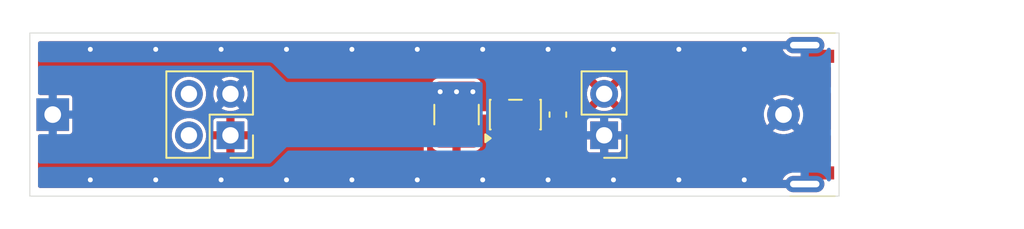
<source format=kicad_pcb>
(kicad_pcb (version 20241229) (generator "pcbnew") (generator_version "9.0")
  (layers (0 "F.Cu" signal) (2 "B.Cu" signal) (13 "F.Paste" user) (15 "B.Paste" user) (5 "F.SilkS" user "F.Silkscreen") (7 "B.SilkS" user "B.Silkscreen") (1 "F.Mask" user) (3 "B.Mask" user) (25 "Edge.Cuts" user))
  (net 0 "")
  (net 1 "+BATT")
  (net 2 "Vout")
  (net 3 "Net-(U1-SW)")
  (net 13 "GND")
  (footprint "Capacitor_SMD:C_0603_1608Metric" (layer "F.Cu") (at 108.6 100 -90)
    (property "Reference" "C1" (hide yes))
    (property "Value" "22u" (hide yes))
    (fp_line (start -0.14058 0.51) (end 0.14058 0.51) (stroke (width 0.12)) (layer "F.SilkS"))
    (fp_line (start -0.14058 -0.51) (end 0.14058 -0.51) (stroke (width 0.12)) (layer "F.SilkS"))
    (pad "1" smd roundrect (at -0.775 0 270) (size 0.9 0.95) (layers "F.Cu" "F.Mask" "F.Paste") (net 2 "Vout"))
    (pad "2" smd roundrect (at 0.775 0 270) (size 0.9 0.95) (layers "F.Cu" "F.Mask" "F.Paste") (net 13 "GND"))
  )
  (footprint "Library:PCB.MCBEERINGI.DEV_small" (layer "F.Cu") (at 81.8 100)
    (property "Reference" "" (at 0 0 0) (layer "F.SilkS") (effects (font (size 1.27 1.27))))
    (property "Value" "")
  )
  (footprint "Inductor_SMD:L_1210_3225Metric" (layer "F.Cu") (at 102.4 100 -90)
    (property "Reference" "L1" (hide yes))
    (property "Value" "4u7" (hide yes))
    (fp_line (start -0.602064 1.36) (end 0.602064 1.36) (stroke (width 0.12)) (layer "F.SilkS"))
    (fp_line (start -0.602064 -1.36) (end 0.602064 -1.36) (stroke (width 0.12)) (layer "F.SilkS"))
    (pad "1" smd roundrect (at -1.4 0 270) (size 1.25 2.65) (layers "F.Cu" "F.Mask" "F.Paste") (roundrect_rratio 0.2) (net 1 "+BATT"))
    (pad "2" smd roundrect (at 1.4 0 270) (size 1.25 2.65) (layers "F.Cu" "F.Mask" "F.Paste") (roundrect_rratio 0.2) (net 3 "Net-(U1-SW)"))
  )
  (footprint "Connector_PinHeader_2.54mm:PinHeader_1x02_P2.54mm_Vertical" (layer "F.Cu") (at 111.43 101.27 180)
    (property "Reference" "J2" (hide yes))
    (property "Value" "Conn_01x02_Pin" (hide yes))
    (fp_line (start 1.38 1.27) (end 1.38 3.92) (stroke (width 0.12)) (layer "F.SilkS"))
    (fp_line (start -1.38 3.92) (end 1.38 3.92) (stroke (width 0.12)) (layer "F.SilkS"))
    (fp_line (start -1.38 1.27) (end 1.38 1.27) (stroke (width 0.12)) (layer "F.SilkS"))
    (fp_line (start -1.38 1.27) (end -1.38 3.92) (stroke (width 0.12)) (layer "F.SilkS"))
    (fp_line (start -1.38 0) (end -1.38 -1.38) (stroke (width 0.12)) (layer "F.SilkS"))
    (fp_line (start -1.38 -1.38) (end 0 -1.38) (stroke (width 0.12)) (layer "F.SilkS"))
    (pad "1" thru_hole rect (at 0 0 180) (size 1.7 1.7) (drill 1) (layers "*.Cu" "*.Mask") (net 13 "GND"))
    (pad "2" thru_hole circle (at 0 2.54 180) (size 1.7 1.7) (drill 1) (layers "*.Cu" "*.Mask") (net 2 "Vout"))
  )
  (footprint "Package_TO_SOT_SMD:SOT-23-5" (layer "F.Cu") (at 106 100 90)
    (property "Reference" "U1" (hide yes))
    (property "Value" "TPS613222ADBV" (hide yes))
    (fp_line (start 0.91 -1.56) (end 0.91 -1.51) (stroke (width 0.12)) (layer "F.SilkS"))
    (fp_line (start -0.91 -1.56) (end 0.91 -1.56) (stroke (width 0.12)) (layer "F.SilkS"))
    (fp_line (start -0.91 -1.51) (end -0.91 -1.56) (stroke (width 0.12)) (layer "F.SilkS"))
    (fp_line (start 0.91 -0.39) (end 0.91 0.39) (stroke (width 0.12)) (layer "F.SilkS"))
    (fp_line (start 0.91 1.51) (end 0.91 1.56) (stroke (width 0.12)) (layer "F.SilkS"))
    (fp_line (start 0.91 1.56) (end -0.91 1.56) (stroke (width 0.12)) (layer "F.SilkS"))
    (fp_line (start -0.91 1.56) (end -0.91 1.51) (stroke (width 0.12)) (layer "F.SilkS"))
    (fp_poly (pts (xy -1.45 -1.51) (xy -1.69 -1.84) (xy -1.21 -1.84)) (stroke (width 0.12)) (fill yes) (layer "F.SilkS"))
    (pad "1" smd roundrect (at -1.1375 -0.95 90) (size 1.325 0.6) (layers "F.Cu" "F.Mask" "F.Paste") (net 3 "Net-(U1-SW)"))
    (pad "2" smd roundrect (at -1.1375 0 90) (size 1.325 0.6) (layers "F.Cu" "F.Mask" "F.Paste") (net 13 "GND"))
    (pad "3" smd roundrect (at -1.1375 0.95 90) (size 1.325 0.6) (layers "F.Cu" "F.Mask" "F.Paste"))
    (pad "4" smd roundrect (at 1.1375 0.95 90) (size 1.325 0.6) (layers "F.Cu" "F.Mask" "F.Paste") (net 2 "Vout"))
    (pad "5" smd roundrect (at 1.1375 -0.95 90) (size 1.325 0.6) (layers "F.Cu" "F.Mask" "F.Paste"))
  )
  (footprint "Library:mcbeeringi_icon_10mm" (layer "F.Cu") (at 95 100)
    (property "Reference" "" (at 0 0 0) (layer "F.SilkS") (effects (font (size 1.27 1.27))))
    (property "Value" "LOGO" (hide yes))
  )
  (footprint "Library:USB_C_PLUG_00402-UCAM002-X" (layer "F.Cu") (at 125.8 100 90)
    (property "Reference" "P1" (hide yes))
    (property "Value" "USB_C_Plug" (hide yes))
    (fp_line (start 5 -3) (end 5 -0.25) (stroke (width 0.1)) (layer "F.SilkS"))
    (fp_line (start -5 -3) (end -5 -0.25) (stroke (width 0.1)) (layer "F.SilkS"))
    (pad "A1" smd roundrect (at 2.75 -1.55 90) (size 0.3 0.9) (layers "F.Cu" "F.Mask" "F.Paste") (net 13 "GND"))
    (pad "A2" smd roundrect (at 2.25 -1.55 90) (size 0.3 0.9) (layers "F.Cu" "F.Mask" "F.Paste"))
    (pad "A3" smd roundrect (at 1.75 -1.55 90) (size 0.3 0.9) (layers "F.Cu" "F.Mask" "F.Paste"))
    (pad "A4" smd roundrect (at 1.25 -1.55 90) (size 0.3 0.9) (layers "F.Cu" "F.Mask" "F.Paste") (net 2 "Vout"))
    (pad "A5" smd roundrect (at -1.25 -1.55 90) (size 0.3 0.9) (layers "F.Cu" "F.Mask" "F.Paste"))
    (pad "A6" smd roundrect (at -1.75 -1.55 90) (size 0.3 0.9) (layers "F.Cu" "F.Mask" "F.Paste"))
    (pad "A7" smd roundrect (at -2.25 -1.55 90) (size 0.3 0.9) (layers "F.Cu" "F.Mask" "F.Paste"))
    (pad "A12" smd roundrect (at -2.75 -1.55 90) (size 0.3 0.9) (layers "F.Cu" "F.Mask" "F.Paste") (net 13 "GND"))
    (pad "B9" smd roundrect (at -0.75 -1.55 90) (size 0.3 0.9) (layers "F.Cu" "F.Mask" "F.Paste") (net 2 "Vout"))
    (pad "B10" smd roundrect (at -0.25 -1.55 90) (size 0.3 0.9) (layers "F.Cu" "F.Mask" "F.Paste"))
    (pad "B11" smd roundrect (at 0.25 -1.55 90) (size 0.3 0.9) (layers "F.Cu" "F.Mask" "F.Paste"))
    (pad "B12" smd roundrect (at 0.75 -1.55 90) (size 0.3 0.9) (layers "F.Cu" "F.Mask" "F.Paste") (net 13 "GND"))
    (pad "S1" thru_hole oval (at -4.258 -2.1 90) (size 1 2.4) (drill oval 0.4 1.8) (layers "*.Cu" "*.Mask") (net 13 "GND"))
    (pad "S1" smd rect (at -3.575 -1.05 90) (size 0.8 1.5) (layers "F.Cu" "F.Mask" "F.Paste") (net 13 "GND"))
    (pad "S1" smd rect (at 3.575 -1.05 90) (size 0.8 1.5) (layers "F.Cu" "F.Mask" "F.Paste") (net 13 "GND"))
    (pad "S1" thru_hole oval (at 4.258 -2.1 90) (size 1 2.4) (drill oval 0.4 1.8) (layers "*.Cu" "*.Mask") (net 13 "GND"))
  )
  (footprint "Connector_PinHeader_2.54mm:PinHeader_2x02_P2.54mm_Vertical" (layer "F.Cu") (at 88.57 101.27 180)
    (property "Reference" "J1" (hide yes))
    (property "Value" "Conn_02x02_Odd_Even" (hide yes))
    (fp_line (start 3.92 -1.38) (end 3.92 3.92) (stroke (width 0.12)) (layer "F.SilkS"))
    (fp_line (start 1.27 1.27) (end 1.27 -1.38) (stroke (width 0.12)) (layer "F.SilkS"))
    (fp_line (start 1.27 -1.38) (end 3.92 -1.38) (stroke (width 0.12)) (layer "F.SilkS"))
    (fp_line (start -1.38 3.92) (end 3.92 3.92) (stroke (width 0.12)) (layer "F.SilkS"))
    (fp_line (start -1.38 1.27) (end 1.27 1.27) (stroke (width 0.12)) (layer "F.SilkS"))
    (fp_line (start -1.38 1.27) (end -1.38 3.92) (stroke (width 0.12)) (layer "F.SilkS"))
    (fp_line (start -1.38 0) (end -1.38 -1.38) (stroke (width 0.12)) (layer "F.SilkS"))
    (fp_line (start -1.38 -1.38) (end 0 -1.38) (stroke (width 0.12)) (layer "F.SilkS"))
    (pad "1" thru_hole rect (at 0 0 180) (size 1.7 1.7) (drill 1) (layers "*.Cu" "*.Mask") (net 13 "GND"))
    (pad "2" thru_hole circle (at 2.54 0 180) (size 1.7 1.7) (drill 1) (layers "*.Cu" "*.Mask"))
    (pad "3" thru_hole circle (at 0 2.54 180) (size 1.7 1.7) (drill 1) (layers "*.Cu" "*.Mask") (net 1 "+BATT"))
    (pad "4" thru_hole circle (at 2.54 2.54 180) (size 1.7 1.7) (drill 1) (layers "*.Cu" "*.Mask"))
  )
  (footprint "Battery:BatteryHolder_Keystone_2466_1xAAA" (layer "B.Cu") (at 77.7 100)
    (property "Reference" "BT1" (hide yes))
    (property "Value" "Battery_Cell")
    (pad "1" thru_hole rect (at 0 0) (size 2 2) (drill 1.02) (layers "*.Cu" "*.Mask") (net 1 "+BATT"))
    (pad "2" thru_hole circle (at 44.7 0) (size 2 2) (drill 1.02) (layers "*.Cu" "*.Mask") (net 13 "GND"))
  )
  (gr_line (start 125.8 95) (end 125.8 105) (stroke (width 0.05)) (layer "Edge.Cuts"))
  (gr_line (start 76.3 95) (end 76.3 105) (stroke (width 0.05)) (layer "Edge.Cuts"))
  (gr_line (start 125.8 95) (end 76.3 95) (stroke (width 0.05)) (layer "Edge.Cuts"))
  (gr_line (start 125.8 105) (end 76.3 105) (stroke (width 0.05)) (layer "Edge.Cuts"))
  (via (at 102.4 98.6) (size 0.5) (drill 0.3) (layers "F.Cu" "B.Cu") (net 1))
  (via (at 103.4 98.6) (size 0.5) (drill 0.3) (layers "F.Cu" "B.Cu") (net 1))
  (via (at 101.4 98.6) (size 0.5) (drill 0.3) (layers "F.Cu" "B.Cu") (net 1))
  (segment (start 123.15 99.25) (end 122.4 100) (width 0.25) (layer "F.Cu") (net 13))
  (segment (start 124.25 99.25) (end 123.15 99.25) (width 0.25) (layer "F.Cu") (net 13))
  (via (at 104 96) (size 0.5) (drill 0.3) (layers "F.Cu" "B.Cu") (net 13))
  (via (at 108 96) (size 0.5) (drill 0.3) (layers "F.Cu" "B.Cu") (net 13))
  (via (at 92 104) (size 0.5) (drill 0.3) (layers "F.Cu" "B.Cu") (net 13))
  (via (at 104 104) (size 0.5) (drill 0.3) (layers "F.Cu" "B.Cu") (net 13))
  (via (at 108 104) (size 0.5) (drill 0.3) (layers "F.Cu" "B.Cu") (net 13))
  (via (at 100 104) (size 0.5) (drill 0.3) (layers "F.Cu" "B.Cu") (net 13))
  (via (at 112 104) (size 0.5) (drill 0.3) (layers "F.Cu" "B.Cu") (net 13))
  (via (at 120 104) (size 0.5) (drill 0.3) (layers "F.Cu" "B.Cu") (net 13))
  (via (at 116 96) (size 0.5) (drill 0.3) (layers "F.Cu" "B.Cu") (net 13))
  (via (at 100 96) (size 0.5) (drill 0.3) (layers "F.Cu" "B.Cu") (net 13))
  (via (at 84 96) (size 0.5) (drill 0.3) (layers "F.Cu" "B.Cu") (net 13))
  (via (at 92 96) (size 0.5) (drill 0.3) (layers "F.Cu" "B.Cu") (net 13))
  (via (at 120 96) (size 0.5) (drill 0.3) (layers "F.Cu" "B.Cu") (net 13))
  (via (at 88 104) (size 0.5) (drill 0.3) (layers "F.Cu" "B.Cu") (net 13))
  (via (at 116 104) (size 0.5) (drill 0.3) (layers "F.Cu" "B.Cu") (net 13))
  (via (at 84 104) (size 0.5) (drill 0.3) (layers "F.Cu" "B.Cu") (net 13))
  (via (at 80 96) (size 0.5) (drill 0.3) (layers "F.Cu" "B.Cu") (net 13))
  (via (at 88 96) (size 0.5) (drill 0.3) (layers "F.Cu" "B.Cu") (net 13))
  (via (at 96 96) (size 0.5) (drill 0.3) (layers "F.Cu" "B.Cu") (net 13))
  (via (at 96 104) (size 0.5) (drill 0.3) (layers "F.Cu" "B.Cu") (net 13))
  (via (at 112 96) (size 0.5) (drill 0.3) (layers "F.Cu" "B.Cu") (net 13))
  (via (at 80 104) (size 0.5) (drill 0.3) (layers "F.Cu" "B.Cu") (net 13))
  (zone (net 2) (net_name "Vout") (layer "F.Cu") (priority 1) (connect_pads (clearance 0.2)) (min_thickness 0.25) (fill yes (thermal_gap 0.2) (thermal_bridge_width 0.5))
    (polygon (pts (xy 113.2 97.6) (xy 112.8 97.2) (xy 105.6 97.2) (xy 105.6 100.2) (xy 112.8 100.2) (xy 113.2 99.8) (xy 123.8 99.8) (xy 123.8 101) (xy 126 101) (xy 126 98.6) (xy 124.4 98.6) (xy 124.4 97.6)))
  )
  (zone (net 3) (net_name "Net-(U1-SW)") (layer "F.Cu") (priority 2) (connect_pads (clearance 0.2)) (min_thickness 0.25) (fill yes (thermal_gap 0.2) (thermal_bridge_width 0.5))
    (polygon (pts (xy 105.4 100) (xy 105.4 102.8) (xy 100.6 102.8) (xy 100.6 100)))
  )
  (zone (net 13) (net_name "GND") (layers "F.Cu" "B.Cu") (connect_pads (clearance 0.2)) (min_thickness 0.25) (fill yes (thermal_gap 0.2) (thermal_bridge_width 0.5))
    (polygon (pts (xy 75.6 93.6) (xy 126.4 93.6) (xy 126.4 106.4) (xy 75.6 106.4)))
  )
  (zone (net 1) (net_name "+BATT") (layer "B.Cu") (priority 3) (connect_pads (clearance 0.2)) (min_thickness 0.25) (fill yes (thermal_gap 0.2) (thermal_bridge_width 0.5))
    (polygon (pts (xy 91 97) (xy 92 98) (xy 104 98) (xy 104 102) (xy 92 102) (xy 91 103) (xy 76 103) (xy 76 97)))
  )
)
</source>
